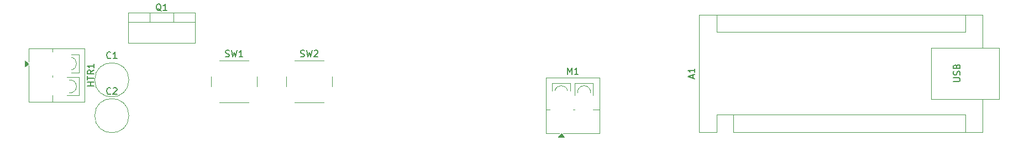
<source format=gbr>
%TF.GenerationSoftware,KiCad,Pcbnew,9.0.2*%
%TF.CreationDate,2025-06-22T14:59:44-10:00*%
%TF.ProjectId,3D_Print_Pen,33445f50-7269-46e7-945f-50656e2e6b69,rev?*%
%TF.SameCoordinates,Original*%
%TF.FileFunction,Legend,Top*%
%TF.FilePolarity,Positive*%
%FSLAX46Y46*%
G04 Gerber Fmt 4.6, Leading zero omitted, Abs format (unit mm)*
G04 Created by KiCad (PCBNEW 9.0.2) date 2025-06-22 14:59:44*
%MOMM*%
%LPD*%
G01*
G04 APERTURE LIST*
%ADD10C,0.150000*%
%ADD11C,0.120000*%
G04 APERTURE END LIST*
D10*
X168039104Y-84704285D02*
X168039104Y-84228095D01*
X168324819Y-84799523D02*
X167324819Y-84466190D01*
X167324819Y-84466190D02*
X168324819Y-84132857D01*
X168324819Y-83275714D02*
X168324819Y-83847142D01*
X168324819Y-83561428D02*
X167324819Y-83561428D01*
X167324819Y-83561428D02*
X167467676Y-83656666D01*
X167467676Y-83656666D02*
X167562914Y-83751904D01*
X167562914Y-83751904D02*
X167610533Y-83847142D01*
X207964819Y-85251904D02*
X208774342Y-85251904D01*
X208774342Y-85251904D02*
X208869580Y-85204285D01*
X208869580Y-85204285D02*
X208917200Y-85156666D01*
X208917200Y-85156666D02*
X208964819Y-85061428D01*
X208964819Y-85061428D02*
X208964819Y-84870952D01*
X208964819Y-84870952D02*
X208917200Y-84775714D01*
X208917200Y-84775714D02*
X208869580Y-84728095D01*
X208869580Y-84728095D02*
X208774342Y-84680476D01*
X208774342Y-84680476D02*
X207964819Y-84680476D01*
X208917200Y-84251904D02*
X208964819Y-84109047D01*
X208964819Y-84109047D02*
X208964819Y-83870952D01*
X208964819Y-83870952D02*
X208917200Y-83775714D01*
X208917200Y-83775714D02*
X208869580Y-83728095D01*
X208869580Y-83728095D02*
X208774342Y-83680476D01*
X208774342Y-83680476D02*
X208679104Y-83680476D01*
X208679104Y-83680476D02*
X208583866Y-83728095D01*
X208583866Y-83728095D02*
X208536247Y-83775714D01*
X208536247Y-83775714D02*
X208488628Y-83870952D01*
X208488628Y-83870952D02*
X208441009Y-84061428D01*
X208441009Y-84061428D02*
X208393390Y-84156666D01*
X208393390Y-84156666D02*
X208345771Y-84204285D01*
X208345771Y-84204285D02*
X208250533Y-84251904D01*
X208250533Y-84251904D02*
X208155295Y-84251904D01*
X208155295Y-84251904D02*
X208060057Y-84204285D01*
X208060057Y-84204285D02*
X208012438Y-84156666D01*
X208012438Y-84156666D02*
X207964819Y-84061428D01*
X207964819Y-84061428D02*
X207964819Y-83823333D01*
X207964819Y-83823333D02*
X208012438Y-83680476D01*
X208441009Y-82918571D02*
X208488628Y-82775714D01*
X208488628Y-82775714D02*
X208536247Y-82728095D01*
X208536247Y-82728095D02*
X208631485Y-82680476D01*
X208631485Y-82680476D02*
X208774342Y-82680476D01*
X208774342Y-82680476D02*
X208869580Y-82728095D01*
X208869580Y-82728095D02*
X208917200Y-82775714D01*
X208917200Y-82775714D02*
X208964819Y-82870952D01*
X208964819Y-82870952D02*
X208964819Y-83251904D01*
X208964819Y-83251904D02*
X207964819Y-83251904D01*
X207964819Y-83251904D02*
X207964819Y-82918571D01*
X207964819Y-82918571D02*
X208012438Y-82823333D01*
X208012438Y-82823333D02*
X208060057Y-82775714D01*
X208060057Y-82775714D02*
X208155295Y-82728095D01*
X208155295Y-82728095D02*
X208250533Y-82728095D01*
X208250533Y-82728095D02*
X208345771Y-82775714D01*
X208345771Y-82775714D02*
X208393390Y-82823333D01*
X208393390Y-82823333D02*
X208441009Y-82918571D01*
X208441009Y-82918571D02*
X208441009Y-83251904D01*
X76274819Y-85892856D02*
X75274819Y-85892856D01*
X75751009Y-85892856D02*
X75751009Y-85321428D01*
X76274819Y-85321428D02*
X75274819Y-85321428D01*
X75274819Y-84988094D02*
X75274819Y-84416666D01*
X76274819Y-84702380D02*
X75274819Y-84702380D01*
X76274819Y-83511904D02*
X75798628Y-83845237D01*
X76274819Y-84083332D02*
X75274819Y-84083332D01*
X75274819Y-84083332D02*
X75274819Y-83702380D01*
X75274819Y-83702380D02*
X75322438Y-83607142D01*
X75322438Y-83607142D02*
X75370057Y-83559523D01*
X75370057Y-83559523D02*
X75465295Y-83511904D01*
X75465295Y-83511904D02*
X75608152Y-83511904D01*
X75608152Y-83511904D02*
X75703390Y-83559523D01*
X75703390Y-83559523D02*
X75751009Y-83607142D01*
X75751009Y-83607142D02*
X75798628Y-83702380D01*
X75798628Y-83702380D02*
X75798628Y-84083332D01*
X76274819Y-82559523D02*
X76274819Y-83130951D01*
X76274819Y-82845237D02*
X75274819Y-82845237D01*
X75274819Y-82845237D02*
X75417676Y-82940475D01*
X75417676Y-82940475D02*
X75512914Y-83035713D01*
X75512914Y-83035713D02*
X75560533Y-83130951D01*
X96416667Y-81407200D02*
X96559524Y-81454819D01*
X96559524Y-81454819D02*
X96797619Y-81454819D01*
X96797619Y-81454819D02*
X96892857Y-81407200D01*
X96892857Y-81407200D02*
X96940476Y-81359580D01*
X96940476Y-81359580D02*
X96988095Y-81264342D01*
X96988095Y-81264342D02*
X96988095Y-81169104D01*
X96988095Y-81169104D02*
X96940476Y-81073866D01*
X96940476Y-81073866D02*
X96892857Y-81026247D01*
X96892857Y-81026247D02*
X96797619Y-80978628D01*
X96797619Y-80978628D02*
X96607143Y-80931009D01*
X96607143Y-80931009D02*
X96511905Y-80883390D01*
X96511905Y-80883390D02*
X96464286Y-80835771D01*
X96464286Y-80835771D02*
X96416667Y-80740533D01*
X96416667Y-80740533D02*
X96416667Y-80645295D01*
X96416667Y-80645295D02*
X96464286Y-80550057D01*
X96464286Y-80550057D02*
X96511905Y-80502438D01*
X96511905Y-80502438D02*
X96607143Y-80454819D01*
X96607143Y-80454819D02*
X96845238Y-80454819D01*
X96845238Y-80454819D02*
X96988095Y-80502438D01*
X97321429Y-80454819D02*
X97559524Y-81454819D01*
X97559524Y-81454819D02*
X97750000Y-80740533D01*
X97750000Y-80740533D02*
X97940476Y-81454819D01*
X97940476Y-81454819D02*
X98178572Y-80454819D01*
X99083333Y-81454819D02*
X98511905Y-81454819D01*
X98797619Y-81454819D02*
X98797619Y-80454819D01*
X98797619Y-80454819D02*
X98702381Y-80597676D01*
X98702381Y-80597676D02*
X98607143Y-80692914D01*
X98607143Y-80692914D02*
X98511905Y-80740533D01*
X107916667Y-81407200D02*
X108059524Y-81454819D01*
X108059524Y-81454819D02*
X108297619Y-81454819D01*
X108297619Y-81454819D02*
X108392857Y-81407200D01*
X108392857Y-81407200D02*
X108440476Y-81359580D01*
X108440476Y-81359580D02*
X108488095Y-81264342D01*
X108488095Y-81264342D02*
X108488095Y-81169104D01*
X108488095Y-81169104D02*
X108440476Y-81073866D01*
X108440476Y-81073866D02*
X108392857Y-81026247D01*
X108392857Y-81026247D02*
X108297619Y-80978628D01*
X108297619Y-80978628D02*
X108107143Y-80931009D01*
X108107143Y-80931009D02*
X108011905Y-80883390D01*
X108011905Y-80883390D02*
X107964286Y-80835771D01*
X107964286Y-80835771D02*
X107916667Y-80740533D01*
X107916667Y-80740533D02*
X107916667Y-80645295D01*
X107916667Y-80645295D02*
X107964286Y-80550057D01*
X107964286Y-80550057D02*
X108011905Y-80502438D01*
X108011905Y-80502438D02*
X108107143Y-80454819D01*
X108107143Y-80454819D02*
X108345238Y-80454819D01*
X108345238Y-80454819D02*
X108488095Y-80502438D01*
X108821429Y-80454819D02*
X109059524Y-81454819D01*
X109059524Y-81454819D02*
X109250000Y-80740533D01*
X109250000Y-80740533D02*
X109440476Y-81454819D01*
X109440476Y-81454819D02*
X109678572Y-80454819D01*
X110011905Y-80550057D02*
X110059524Y-80502438D01*
X110059524Y-80502438D02*
X110154762Y-80454819D01*
X110154762Y-80454819D02*
X110392857Y-80454819D01*
X110392857Y-80454819D02*
X110488095Y-80502438D01*
X110488095Y-80502438D02*
X110535714Y-80550057D01*
X110535714Y-80550057D02*
X110583333Y-80645295D01*
X110583333Y-80645295D02*
X110583333Y-80740533D01*
X110583333Y-80740533D02*
X110535714Y-80883390D01*
X110535714Y-80883390D02*
X109964286Y-81454819D01*
X109964286Y-81454819D02*
X110583333Y-81454819D01*
X148800476Y-84122319D02*
X148800476Y-83122319D01*
X148800476Y-83122319D02*
X149133809Y-83836604D01*
X149133809Y-83836604D02*
X149467142Y-83122319D01*
X149467142Y-83122319D02*
X149467142Y-84122319D01*
X150467142Y-84122319D02*
X149895714Y-84122319D01*
X150181428Y-84122319D02*
X150181428Y-83122319D01*
X150181428Y-83122319D02*
X150086190Y-83265176D01*
X150086190Y-83265176D02*
X149990952Y-83360414D01*
X149990952Y-83360414D02*
X149895714Y-83408033D01*
X86554761Y-74410057D02*
X86459523Y-74362438D01*
X86459523Y-74362438D02*
X86364285Y-74267200D01*
X86364285Y-74267200D02*
X86221428Y-74124342D01*
X86221428Y-74124342D02*
X86126190Y-74076723D01*
X86126190Y-74076723D02*
X86030952Y-74076723D01*
X86078571Y-74314819D02*
X85983333Y-74267200D01*
X85983333Y-74267200D02*
X85888095Y-74171961D01*
X85888095Y-74171961D02*
X85840476Y-73981485D01*
X85840476Y-73981485D02*
X85840476Y-73648152D01*
X85840476Y-73648152D02*
X85888095Y-73457676D01*
X85888095Y-73457676D02*
X85983333Y-73362438D01*
X85983333Y-73362438D02*
X86078571Y-73314819D01*
X86078571Y-73314819D02*
X86269047Y-73314819D01*
X86269047Y-73314819D02*
X86364285Y-73362438D01*
X86364285Y-73362438D02*
X86459523Y-73457676D01*
X86459523Y-73457676D02*
X86507142Y-73648152D01*
X86507142Y-73648152D02*
X86507142Y-73981485D01*
X86507142Y-73981485D02*
X86459523Y-74171961D01*
X86459523Y-74171961D02*
X86364285Y-74267200D01*
X86364285Y-74267200D02*
X86269047Y-74314819D01*
X86269047Y-74314819D02*
X86078571Y-74314819D01*
X87459523Y-74314819D02*
X86888095Y-74314819D01*
X87173809Y-74314819D02*
X87173809Y-73314819D01*
X87173809Y-73314819D02*
X87078571Y-73457676D01*
X87078571Y-73457676D02*
X86983333Y-73552914D01*
X86983333Y-73552914D02*
X86888095Y-73600533D01*
X78833333Y-81609580D02*
X78785714Y-81657200D01*
X78785714Y-81657200D02*
X78642857Y-81704819D01*
X78642857Y-81704819D02*
X78547619Y-81704819D01*
X78547619Y-81704819D02*
X78404762Y-81657200D01*
X78404762Y-81657200D02*
X78309524Y-81561961D01*
X78309524Y-81561961D02*
X78261905Y-81466723D01*
X78261905Y-81466723D02*
X78214286Y-81276247D01*
X78214286Y-81276247D02*
X78214286Y-81133390D01*
X78214286Y-81133390D02*
X78261905Y-80942914D01*
X78261905Y-80942914D02*
X78309524Y-80847676D01*
X78309524Y-80847676D02*
X78404762Y-80752438D01*
X78404762Y-80752438D02*
X78547619Y-80704819D01*
X78547619Y-80704819D02*
X78642857Y-80704819D01*
X78642857Y-80704819D02*
X78785714Y-80752438D01*
X78785714Y-80752438D02*
X78833333Y-80800057D01*
X79785714Y-81704819D02*
X79214286Y-81704819D01*
X79500000Y-81704819D02*
X79500000Y-80704819D01*
X79500000Y-80704819D02*
X79404762Y-80847676D01*
X79404762Y-80847676D02*
X79309524Y-80942914D01*
X79309524Y-80942914D02*
X79214286Y-80990533D01*
X78833333Y-87109580D02*
X78785714Y-87157200D01*
X78785714Y-87157200D02*
X78642857Y-87204819D01*
X78642857Y-87204819D02*
X78547619Y-87204819D01*
X78547619Y-87204819D02*
X78404762Y-87157200D01*
X78404762Y-87157200D02*
X78309524Y-87061961D01*
X78309524Y-87061961D02*
X78261905Y-86966723D01*
X78261905Y-86966723D02*
X78214286Y-86776247D01*
X78214286Y-86776247D02*
X78214286Y-86633390D01*
X78214286Y-86633390D02*
X78261905Y-86442914D01*
X78261905Y-86442914D02*
X78309524Y-86347676D01*
X78309524Y-86347676D02*
X78404762Y-86252438D01*
X78404762Y-86252438D02*
X78547619Y-86204819D01*
X78547619Y-86204819D02*
X78642857Y-86204819D01*
X78642857Y-86204819D02*
X78785714Y-86252438D01*
X78785714Y-86252438D02*
X78833333Y-86300057D01*
X79214286Y-86300057D02*
X79261905Y-86252438D01*
X79261905Y-86252438D02*
X79357143Y-86204819D01*
X79357143Y-86204819D02*
X79595238Y-86204819D01*
X79595238Y-86204819D02*
X79690476Y-86252438D01*
X79690476Y-86252438D02*
X79738095Y-86300057D01*
X79738095Y-86300057D02*
X79785714Y-86395295D01*
X79785714Y-86395295D02*
X79785714Y-86490533D01*
X79785714Y-86490533D02*
X79738095Y-86633390D01*
X79738095Y-86633390D02*
X79166667Y-87204819D01*
X79166667Y-87204819D02*
X79785714Y-87204819D01*
D11*
%TO.C,A1*%
X169010000Y-74970000D02*
X169010000Y-93010000D01*
X169010000Y-93010000D02*
X171680000Y-93010000D01*
X171680000Y-77640000D02*
X171680000Y-74970000D01*
X171680000Y-77640000D02*
X209780000Y-77640000D01*
X171680000Y-90340000D02*
X171680000Y-93010000D01*
X174220000Y-90340000D02*
X171680000Y-90340000D01*
X174220000Y-90340000D02*
X174220000Y-93010000D01*
X174220000Y-90340000D02*
X209780000Y-90340000D01*
X174220000Y-93010000D02*
X212450000Y-93010000D01*
X204570000Y-80050000D02*
X214990000Y-80050000D01*
X204570000Y-87930000D02*
X204570000Y-80050000D01*
X209780000Y-77640000D02*
X209780000Y-74970000D01*
X209780000Y-90340000D02*
X209780000Y-93010000D01*
X212450000Y-74970000D02*
X169010000Y-74970000D01*
X212450000Y-74970000D02*
X212450000Y-80050000D01*
X212450000Y-93010000D02*
X212450000Y-87930000D01*
X214990000Y-80050000D02*
X214990000Y-87930000D01*
X214990000Y-87930000D02*
X204570000Y-87930000D01*
%TO.C,HTR1*%
X66280000Y-80130000D02*
X66280000Y-82200000D01*
X66280000Y-82800000D02*
X66280000Y-88370000D01*
X69900000Y-80130000D02*
X69900000Y-80720000D01*
X69900000Y-84280000D02*
X69900000Y-84601000D01*
X69900000Y-87399000D02*
X69900000Y-88370000D01*
X74000000Y-81100000D02*
X72780000Y-81100000D01*
X74000000Y-81100000D02*
X74000000Y-83900000D01*
X74000000Y-83900000D02*
X72780000Y-83900000D01*
X74000000Y-84600000D02*
X72099000Y-84600000D01*
X74000000Y-84600000D02*
X74000000Y-87400000D01*
X74000000Y-87400000D02*
X72099000Y-87400000D01*
X74820000Y-80130000D02*
X66280000Y-80130000D01*
X74820000Y-80130000D02*
X74820000Y-88370000D01*
X74820000Y-88370000D02*
X66280000Y-88370000D01*
X72478000Y-85008000D02*
G75*
G02*
X72478000Y-86992000I122469J-992000D01*
G01*
X72780000Y-81516000D02*
G75*
G02*
X72780000Y-83484000I-180400J-984000D01*
G01*
X66280000Y-82500000D02*
X65670000Y-82940000D01*
X65670000Y-82060000D01*
X66280000Y-82500000D01*
G36*
X66280000Y-82500000D02*
G01*
X65670000Y-82940000D01*
X65670000Y-82060000D01*
X66280000Y-82500000D01*
G37*
%TO.C,SW1*%
X94250000Y-84500000D02*
X94250000Y-86000000D01*
X95500000Y-88500000D02*
X100000000Y-88500000D01*
X100000000Y-82000000D02*
X95500000Y-82000000D01*
X101250000Y-86000000D02*
X101250000Y-84500000D01*
%TO.C,SW2*%
X105750000Y-84500000D02*
X105750000Y-86000000D01*
X107000000Y-88500000D02*
X111500000Y-88500000D01*
X111500000Y-82000000D02*
X107000000Y-82000000D01*
X112750000Y-86000000D02*
X112750000Y-84500000D01*
%TO.C,M1*%
X145490000Y-84667500D02*
X145490000Y-93207500D01*
X145490000Y-84667500D02*
X153730000Y-84667500D01*
X145490000Y-89587500D02*
X146080000Y-89587500D01*
X145490000Y-93207500D02*
X147560000Y-93207500D01*
X146460000Y-85487500D02*
X146460000Y-86707500D01*
X146460000Y-85487500D02*
X149260000Y-85487500D01*
X148160000Y-93207500D02*
X153730000Y-93207500D01*
X149260000Y-85487500D02*
X149260000Y-86707500D01*
X149640000Y-89587500D02*
X149961000Y-89587500D01*
X149960000Y-85487500D02*
X149960000Y-87388500D01*
X149960000Y-85487500D02*
X152760000Y-85487500D01*
X152759000Y-89587500D02*
X153730000Y-89587500D01*
X152760000Y-85487500D02*
X152760000Y-87388500D01*
X153730000Y-84667500D02*
X153730000Y-93207500D01*
X146876000Y-86707500D02*
G75*
G02*
X148844000Y-86707500I984000J-180400D01*
G01*
X150368000Y-87009500D02*
G75*
G02*
X152352000Y-87009500I992000J122469D01*
G01*
X148300000Y-93817500D02*
X147420000Y-93817500D01*
X147860000Y-93207500D01*
X148300000Y-93817500D01*
G36*
X148300000Y-93817500D02*
G01*
X147420000Y-93817500D01*
X147860000Y-93207500D01*
X148300000Y-93817500D01*
G37*
%TO.C,Q1*%
X81540000Y-74700000D02*
X81540000Y-79320000D01*
X81540000Y-74700000D02*
X91760000Y-74700000D01*
X81540000Y-76080000D02*
X91760000Y-76080000D01*
X81540000Y-79320000D02*
X91760000Y-79320000D01*
X84800000Y-74700000D02*
X84800000Y-76080000D01*
X88500000Y-74700000D02*
X88500000Y-76080000D01*
X91760000Y-74700000D02*
X91760000Y-79320000D01*
%TO.C,C1*%
X81620000Y-85000000D02*
G75*
G02*
X76380000Y-85000000I-2620000J0D01*
G01*
X76380000Y-85000000D02*
G75*
G02*
X81620000Y-85000000I2620000J0D01*
G01*
%TO.C,C2*%
X81620000Y-90500000D02*
G75*
G02*
X76380000Y-90500000I-2620000J0D01*
G01*
X76380000Y-90500000D02*
G75*
G02*
X81620000Y-90500000I2620000J0D01*
G01*
%TD*%
M02*

</source>
